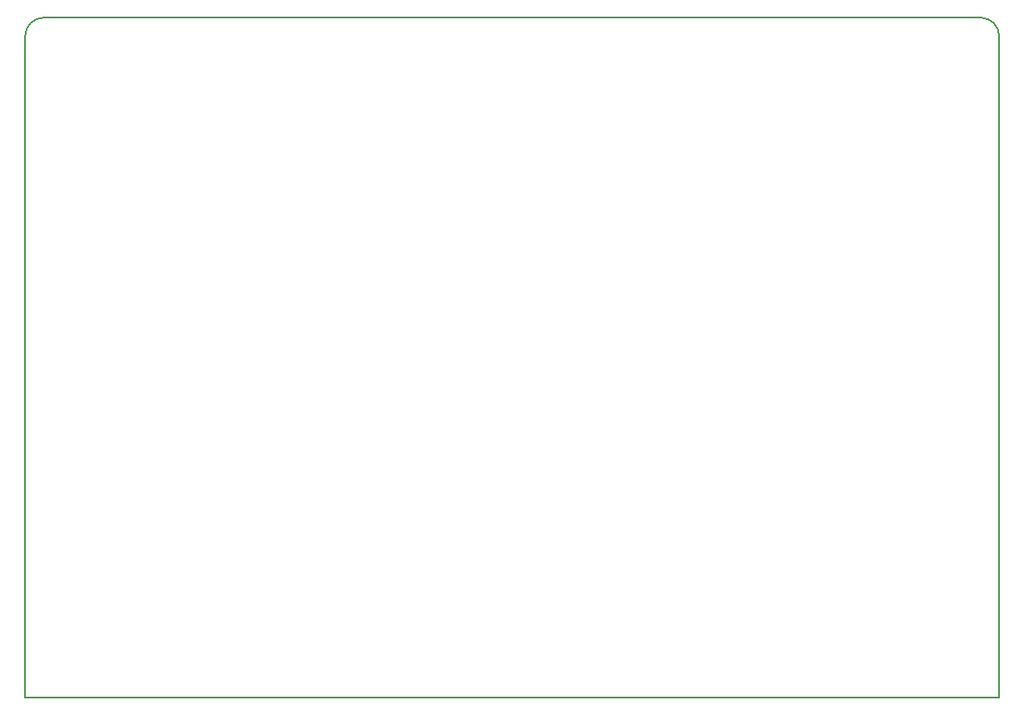
<source format=gm1>
G04 #@! TF.FileFunction,Profile,NP*
%FSLAX46Y46*%
G04 Gerber Fmt 4.6, Leading zero omitted, Abs format (unit mm)*
G04 Created by KiCad (PCBNEW 4.0.7) date 02/14/19 13:46:32*
%MOMM*%
%LPD*%
G01*
G04 APERTURE LIST*
%ADD10C,0.100000*%
%ADD11C,0.150000*%
G04 APERTURE END LIST*
D10*
D11*
X151765000Y-83185000D02*
X151765000Y-76835000D01*
X132080000Y-74930000D02*
X149860000Y-74930000D01*
X151765000Y-83185000D02*
X151765000Y-144145000D01*
X132080000Y-74930000D02*
X54610000Y-74930000D01*
X52705000Y-144145000D02*
X52705000Y-76835000D01*
X151765000Y-76835000D02*
G75*
G03X149860000Y-74930000I-1905000J0D01*
G01*
X54610000Y-74930000D02*
G75*
G03X52705000Y-76835000I0J-1905000D01*
G01*
X151765000Y-144145000D02*
X52705000Y-144145000D01*
M02*

</source>
